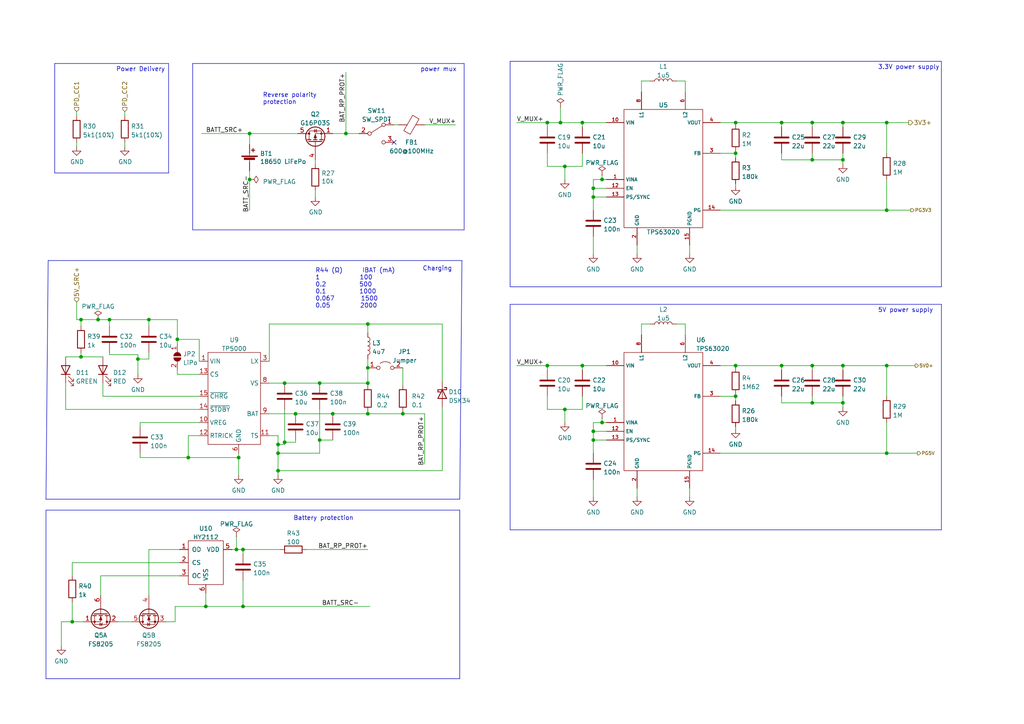
<source format=kicad_sch>
(kicad_sch (version 20230121) (generator eeschema)
  (paper "A4")
  (title_block (title "BCD-0o27 - Power Supply") (date "2021-08-20") (rev "2") (company "BalcCon") (comment 1 "Florian Schuetz"))
  (lib_symbols
    (symbol "Battery_Protection:HY2112" (pin_names (offset 1.016))
      (property "Reference" "U" (at -5.08 7.62 0))
      (property "Value" "HY2112" (at 3.81 7.62 0))
      (symbol "HY2112_0_1"
        (rectangle (start -5.08 6.35) (end 5.08 -6.35))
      )
      (symbol "HY2112_1_1"
        (pin output line (at -7.62 3.81 0) (length 2.54) (name "OD") (number "1"))
        (pin input line (at -7.62 0 0) (length 2.54) (name "CS") (number "2"))
        (pin output line (at -7.62 -3.81 0) (length 2.54) (name "OC") (number "3"))
        (pin no_connect line (at 7.62 -3.81 180) (length 2.54) hide (name "NC") (number "4"))
        (pin power_in line (at 7.62 3.81 180) (length 2.54) (name "VDD") (number "5"))
        (pin power_in line (at 0 -8.89 90) (length 2.54) (name "VSS") (number "6"))
      )
    )
    (symbol "Battery_Protection:TP5000"
      (property "Reference" "U" (at 0 13.97 0))
      (property "Value" "TP5000" (at 0 16.51 0))
      (symbol "TP5000_0_1"
        (rectangle (start -7.62 12.7) (end 7.62 -13.97) (stroke (width 0.1524)))
      )
      (symbol "TP5000_1_1"
        (pin power_in line (at -10.16 10.16 0) (length 2.54) (name "VIN") (number "1"))
        (pin passive line (at -10.16 -7.62 0) (length 2.54) (name "VREG") (number "10"))
        (pin input line (at 10.16 -11.43 180) (length 2.54) (name "TS") (number "11"))
        (pin input line (at -10.16 -11.43 0) (length 2.54) (name "RTRICK") (number "12"))
        (pin input line (at -10.16 6.35 0) (length 2.54) (name "CS") (number "13"))
        (pin input line (at -10.16 -3.81 0) (length 2.54) (name "~{STDBY}") (number "14"))
        (pin input line (at -10.16 0 0) (length 2.54) (name "~{CHRG}") (number "15"))
        (pin passive line (at -10.16 10.16 0) (length 2.54) hide (name "VIN") (number "16"))
        (pin no_connect line (at 3.81 -16.51 90) (length 2.54) hide (name "NC") (number "17"))
        (pin passive line (at -10.16 10.16 0) (length 2.54) hide (name "VIN") (number "2"))
        (pin power_out line (at 10.16 10.16 180) (length 2.54) (name "LX") (number "3"))
        (pin passive line (at 10.16 10.16 180) (length 2.54) hide (name "LX") (number "4"))
        (pin passive line (at 10.16 10.16 180) (length 2.54) hide (name "LX") (number "5"))
        (pin power_in line (at 1.27 -16.51 90) (length 2.54) (name "GND") (number "6"))
        (pin power_in line (at 1.27 -16.51 90) (length 2.54) hide (name "GND") (number "7"))
        (pin input line (at 10.16 3.81 180) (length 2.54) (name "VS") (number "8"))
        (pin input line (at 10.16 -5.08 180) (length 2.54) (name "BAT") (number "9"))
      )
    )
    (symbol "Device:Battery_Cell" (pin_numbers hide) (pin_names (offset 0) hide)
      (property "Reference" "BT" (at 2.54 2.54 0))
      (property "Value" "Battery_Cell" (at 2.54 0 0))
      (symbol "Battery_Cell_0_1"
        (rectangle (start -2.286 1.778) (end 2.286 1.524) (fill (type outline)))
        (rectangle (start -1.5748 1.1938) (end 1.4732 0.6858) (fill (type outline)))
        (polyline (pts (xy 0 0.762) (xy 0 0)))
        (polyline (pts (xy 0 1.778) (xy 0 2.54)))
        (polyline (pts (xy 0.508 3.429) (xy 1.524 3.429)) (stroke (width 0.254)))
        (polyline (pts (xy 1.016 3.937) (xy 1.016 2.921)) (stroke (width 0.254)))
      )
      (symbol "Battery_Cell_1_1"
        (pin passive line (at 0 5.08 270) (length 2.54) (name "+") (number "1"))
        (pin passive line (at 0 -2.54 90) (length 2.54) (name "-") (number "2"))
      )
    )
    (symbol "Device:C" (pin_numbers hide) (pin_names (offset 0.254))
      (property "Reference" "C" (at 0.635 2.54 0))
      (property "Value" "C" (at 0.635 -2.54 0))
      (symbol "C_0_1"
        (polyline (pts (xy -2.032 -0.762) (xy 2.032 -0.762)) (stroke (width 0.508)))
        (polyline (pts (xy -2.032 0.762) (xy 2.032 0.762)) (stroke (width 0.508)))
      )
      (symbol "C_1_1"
        (pin passive line (at 0 3.81 270) (length 2.794) (name "~") (number "1"))
        (pin passive line (at 0 -3.81 90) (length 2.794) (name "~") (number "2"))
      )
    )
    (symbol "Device:D_Schottky" (pin_numbers hide) (pin_names (offset 1.016) hide)
      (property "Reference" "D" (at 0 2.54 0))
      (property "Value" "D_Schottky" (at 0 -2.54 0))
      (symbol "D_Schottky_0_1"
        (polyline (pts (xy 1.27 0) (xy -1.27 0)))
        (polyline (pts (xy 1.27 1.27) (xy 1.27 -1.27) (xy -1.27 0) (xy 1.27 1.27)) (stroke (width 0.254)))
        (polyline (pts (xy -1.905 0.635) (xy -1.905 1.27) (xy -1.27 1.27) (xy -1.27 -1.27) (xy -0.635 -1.27) (xy -0.635 -0.635)) (stroke (width 0.254)))
      )
      (symbol "D_Schottky_1_1"
        (pin passive line (at -3.81 0 0) (length 2.54) (name "K") (number "1"))
        (pin passive line (at 3.81 0 180) (length 2.54) (name "A") (number "2"))
      )
    )
    (symbol "Device:FerriteBead" (pin_numbers hide) (pin_names (offset 0))
      (property "Reference" "FB" (at -3.81 0.635 90))
      (property "Value" "FerriteBead" (at 3.81 0 90))
      (symbol "FerriteBead_0_1"
        (polyline (pts (xy 0 -1.27) (xy 0 -1.2192)))
        (polyline (pts (xy 0 1.27) (xy 0 1.2954)))
        (polyline (pts (xy -2.7686 0.4064) (xy -1.7018 2.2606) (xy 2.7686 -0.3048) (xy 1.6764 -2.159) (xy -2.7686 0.4064)))
      )
      (symbol "FerriteBead_1_1"
        (pin passive line (at 0 3.81 270) (length 2.54) (name "~") (number "1"))
        (pin passive line (at 0 -3.81 90) (length 2.54) (name "~") (number "2"))
      )
    )
    (symbol "Device:L" (pin_numbers hide) (pin_names (offset 1.016) hide)
      (property "Reference" "L" (at -1.27 0 90))
      (property "Value" "L" (at 1.905 0 90))
      (symbol "L_0_1"
        (arc (start 0 -2.54) (mid 0.6323 -1.905) (end 0 -1.27))
        (arc (start 0 -1.27) (mid 0.6323 -0.635) (end 0 0))
        (arc (start 0 0) (mid 0.6323 0.635) (end 0 1.27))
        (arc (start 0 1.27) (mid 0.6323 1.905) (end 0 2.54))
      )
      (symbol "L_1_1"
        (pin passive line (at 0 3.81 270) (length 1.27) (name "1") (number "1"))
        (pin passive line (at 0 -3.81 90) (length 1.27) (name "2") (number "2"))
      )
    )
    (symbol "Device:LED" (pin_numbers hide) (pin_names (offset 1.016) hide)
      (property "Reference" "D" (at 0 2.54 0))
      (property "Value" "LED" (at 0 -2.54 0))
      (symbol "LED_0_1"
        (polyline (pts (xy -1.27 -1.27) (xy -1.27 1.27)) (stroke (width 0.254)))
        (polyline (pts (xy -1.27 0) (xy 1.27 0)))
        (polyline (pts (xy 1.27 -1.27) (xy 1.27 1.27) (xy -1.27 0) (xy 1.27 -1.27)) (stroke (width 0.254)))
        (polyline (pts (xy -3.048 -0.762) (xy -4.572 -2.286) (xy -3.81 -2.286) (xy -4.572 -2.286) (xy -4.572 -1.524)))
        (polyline (pts (xy -1.778 -0.762) (xy -3.302 -2.286) (xy -2.54 -2.286) (xy -3.302 -2.286) (xy -3.302 -1.524)))
      )
      (symbol "LED_1_1"
        (pin passive line (at -3.81 0 0) (length 2.54) (name "K") (number "1"))
        (pin passive line (at 3.81 0 180) (length 2.54) (name "A") (number "2"))
      )
    )
    (symbol "Device:R" (pin_numbers hide) (pin_names (offset 0))
      (property "Reference" "R" (at 2.032 0 90))
      (property "Value" "R" (at 0 0 90))
      (symbol "R_0_1"
        (rectangle (start -1.016 -2.54) (end 1.016 2.54) (stroke (width 0.254)))
      )
      (symbol "R_1_1"
        (pin passive line (at 0 3.81 270) (length 1.27) (name "~") (number "1"))
        (pin passive line (at 0 -3.81 90) (length 1.27) (name "~") (number "2"))
      )
    )
    (symbol "Jumper:Jumper_2_Open" (pin_names (offset 0) hide)
      (property "Reference" "JP" (at 0 2.794 0))
      (property "Value" "Jumper_2_Open" (at 0 -2.286 0))
      (symbol "Jumper_2_Open_0_0"
        (circle (center -2.032 0) (radius 0.508))
        (circle (center 2.032 0) (radius 0.508))
      )
      (symbol "Jumper_2_Open_0_1"
        (arc (start 1.524 1.27) (mid 0 1.778) (end -1.524 1.27))
      )
      (symbol "Jumper_2_Open_1_1"
        (pin passive line (at -5.08 0 0) (length 2.54) (name "A") (number "1"))
        (pin passive line (at 5.08 0 180) (length 2.54) (name "B") (number "2"))
      )
    )
    (symbol "Jumper:SolderJumper_2_Open" (pin_names (offset 0) hide)
      (property "Reference" "JP" (at 0 2.032 0))
      (property "Value" "SolderJumper_2_Open" (at 0 -2.54 0))
      (symbol "SolderJumper_2_Open_0_1"
        (arc (start -0.254 1.016) (mid -1.2656 0) (end -0.254 -1.016))
        (arc (start -0.254 1.016) (mid -1.2656 0) (end -0.254 -1.016) (fill (type outline)))
        (polyline (pts (xy -0.254 1.016) (xy -0.254 -1.016)))
        (polyline (pts (xy 0.254 1.016) (xy 0.254 -1.016)))
        (arc (start 0.254 -1.016) (mid 1.2656 0) (end 0.254 1.016))
        (arc (start 0.254 -1.016) (mid 1.2656 0) (end 0.254 1.016) (fill (type outline)))
      )
      (symbol "SolderJumper_2_Open_1_1"
        (pin passive line (at -3.81 0 0) (length 2.54) (name "A") (number "1"))
        (pin passive line (at 3.81 0 180) (length 2.54) (name "B") (number "2"))
      )
    )
    (symbol "MOSFETs:FS8205" (pin_names (offset 0) hide)
      (property "Reference" "Q" (at 7.62 7.62 0))
      (property "Value" "FS8205" (at 7.62 5.08 0))
      (symbol "FS8205_0_1"
        (circle (center -1.778 -1.27) (radius 0.254) (fill (type outline)))
        (circle (center 0 -0.381) (radius 2.794) (stroke (width 0.254)))
        (polyline (pts (xy -1.27 0.508) (xy -2.286 0.508)) (stroke (width 0.254)))
        (polyline (pts (xy 0 1.016) (xy 0 3.81)))
        (polyline (pts (xy 0.508 0.508) (xy -0.508 0.508)) (stroke (width 0.254)))
        (polyline (pts (xy 1.905 1.016) (xy -1.905 1.016)) (stroke (width 0.254)))
        (polyline (pts (xy 2.286 0.508) (xy 1.27 0.508)) (stroke (width 0.254)))
        (polyline (pts (xy 2.54 -1.27) (xy 1.778 -1.27)))
        (polyline (pts (xy -2.54 -1.27) (xy 0 -1.27) (xy 0 0.508)))
        (polyline (pts (xy -1.778 0.508) (xy -1.778 -2.032) (xy 1.778 -2.032) (xy 1.778 0.508)))
        (polyline (pts (xy 0 0.254) (xy 0.381 -0.762) (xy -0.381 -0.762) (xy 0 0.254)) (fill (type outline)))
        (polyline (pts (xy 0.381 -2.032) (xy -0.254 -1.651) (xy -0.254 -2.413) (xy 0.381 -2.032)))
        (polyline (pts (xy 0.508 -1.524) (xy 0.381 -1.651) (xy 0.381 -2.413) (xy 0.254 -2.54)))
        (circle (center 1.778 -1.27) (radius 0.254) (fill (type outline)))
      )
      (symbol "FS8205_1_1"
        (pin passive line (at -5.08 -1.27 0) (length 2.54) (name "S2") (number "1"))
        (pin passive line (at 5.08 -1.27 180) (length 2.54) (name "D12") (number "2"))
        (pin input line (at 0 6.35 270) (length 2.54) (name "G2") (number "6"))
      )
      (symbol "FS8205_2_1"
        (pin passive line (at -5.08 -1.27 0) (length 2.54) (name "S2") (number "3"))
        (pin input line (at 0 6.35 270) (length 2.54) (name "G2") (number "4"))
        (pin passive line (at 5.08 -1.27 180) (length 2.54) (name "D12") (number "5"))
      )
    )
    (symbol "MOSFETs:G16P03S" (pin_names hide)
      (property "Reference" "Q" (at 5.08 1.905 0))
      (property "Value" "G16P03S" (at 5.08 0 0))
      (symbol "G16P03S_0_1"
        (polyline (pts (xy 0.254 0) (xy -2.54 0)))
        (polyline (pts (xy 0.254 1.905) (xy 0.254 -1.905)) (stroke (width 0.254)))
        (polyline (pts (xy 0.762 -1.27) (xy 0.762 -2.286)) (stroke (width 0.254)))
        (polyline (pts (xy 0.762 0.508) (xy 0.762 -0.508)) (stroke (width 0.254)))
        (polyline (pts (xy 0.762 2.286) (xy 0.762 1.27)) (stroke (width 0.254)))
        (polyline (pts (xy 2.54 2.54) (xy 2.54 1.778)))
        (polyline (pts (xy 2.54 -2.54) (xy 2.54 0) (xy 0.762 0)))
        (polyline (pts (xy 0.762 1.778) (xy 3.302 1.778) (xy 3.302 -1.778) (xy 0.762 -1.778)))
        (polyline (pts (xy 2.286 0) (xy 1.27 0.381) (xy 1.27 -0.381) (xy 2.286 0)) (fill (type outline)))
        (polyline (pts (xy 2.794 -0.508) (xy 2.921 -0.381) (xy 3.683 -0.381) (xy 3.81 -0.254)))
        (polyline (pts (xy 3.302 -0.381) (xy 2.921 0.254) (xy 3.683 0.254) (xy 3.302 -0.381)))
        (circle (center 1.651 0) (radius 2.794) (stroke (width 0.254)))
        (circle (center 2.54 -1.778) (radius 0.254) (fill (type outline)))
        (circle (center 2.54 1.778) (radius 0.254) (fill (type outline)))
      )
      (symbol "G16P03S_1_1"
        (pin passive line (at 2.54 -5.08 90) (length 2.54) (name "S") (number "1"))
        (pin passive line (at 2.54 -5.08 90) (length 2.54) hide (name "S") (number "2"))
        (pin passive line (at 2.54 -5.08 90) (length 2.54) hide (name "S") (number "3"))
        (pin input line (at -5.08 0 0) (length 2.54) (name "G") (number "4"))
        (pin passive line (at 2.54 5.08 270) (length 2.54) (name "D") (number "5"))
        (pin passive line (at 2.54 5.08 270) (length 2.54) hide (name "D") (number "6"))
        (pin passive line (at 2.54 5.08 270) (length 2.54) hide (name "D") (number "7"))
        (pin passive line (at 2.54 5.08 270) (length 2.54) hide (name "D") (number "8"))
      )
    )
    (symbol "Regulator_Voltage:TPS63020"
      (property "Reference" "U" (at 0 16.51 0))
      (property "Value" "TPS63020" (at 0 -20.32 0))
      (symbol "TPS63020_0_1"
        (rectangle (start -11.43 15.24) (end 11.43 -19.05) (stroke (width 0.1524)))
        (pin power_in line (at -16.51 -5.08 0) (length 5.08) (name "VINA") (number "1"))
        (pin power_in line (at -16.51 11.43 0) (length 5.08) (name "VIN") (number "10"))
        (pin passive line (at -16.51 11.43 0) (length 5.08) hide (name "VIN") (number "11"))
        (pin input line (at -16.51 -7.62 0) (length 5.08) (name "EN") (number "12"))
        (pin input line (at -16.51 -10.16 0) (length 5.08) (name "PS/SYNC") (number "13"))
        (pin output line (at 16.51 -13.97 180) (length 5.08) (name "PG") (number "14"))
        (pin power_in line (at 7.62 -24.13 90) (length 5.08) (name "PGND") (number "15"))
        (pin power_in line (at 7.62 -24.13 90) (length 5.08) hide (name "PGND") (number "16"))
        (pin power_in line (at 7.62 -24.13 90) (length 5.08) hide (name "PGND") (number "17"))
        (pin power_in line (at 7.62 -24.13 90) (length 5.08) hide (name "PGND") (number "18"))
        (pin power_in line (at 7.62 -24.13 90) (length 5.08) hide (name "PGND") (number "19"))
        (pin power_in line (at -7.62 -24.13 90) (length 5.08) (name "GND") (number "2"))
        (pin power_in line (at 7.62 -24.13 90) (length 5.08) hide (name "PGND") (number "20"))
        (pin power_in line (at 7.62 -24.13 90) (length 5.08) hide (name "PGND") (number "21"))
        (pin power_in line (at 7.62 -24.13 90) (length 5.08) hide (name "PGND") (number "22"))
        (pin power_in line (at 7.62 -24.13 90) (length 5.08) hide (name "PGND") (number "23"))
        (pin input line (at 16.51 2.54 180) (length 5.08) (name "FB") (number "3"))
        (pin power_out line (at 16.51 11.43 180) (length 5.08) (name "VOUT") (number "4"))
        (pin passive line (at 16.51 11.43 180) (length 5.08) hide (name "VOUT") (number "5"))
        (pin input line (at 6.35 20.32 270) (length 5.08) (name "L2") (number "6"))
        (pin input line (at 6.35 20.32 270) (length 5.08) hide (name "L2") (number "7"))
        (pin input line (at -6.35 20.32 270) (length 5.08) (name "L1") (number "8"))
        (pin input line (at -6.35 20.32 270) (length 5.08) hide (name "L1") (number "9"))
      )
    )
    (symbol "Switch:SW_SPDT" (pin_names (offset 0) hide)
      (property "Reference" "SW" (at 0 4.318 0))
      (property "Value" "SW_SPDT" (at 0 -5.08 0))
      (symbol "SW_SPDT_0_0"
        (circle (center -2.032 0) (radius 0.508))
        (circle (center 2.032 -2.54) (radius 0.508))
      )
      (symbol "SW_SPDT_0_1"
        (polyline (pts (xy -1.524 0.254) (xy 1.651 2.286)))
        (circle (center 2.032 2.54) (radius 0.508))
      )
      (symbol "SW_SPDT_1_1"
        (pin passive line (at 5.08 2.54 180) (length 2.54) (name "A") (number "1"))
        (pin passive line (at -5.08 0 0) (length 2.54) (name "B") (number "2"))
        (pin passive line (at 5.08 -2.54 180) (length 2.54) (name "C") (number "3"))
      )
    )
    (symbol "power:GND" (power) (pin_names (offset 0))
      (property "Value" "GND" (at 0 -3.81 0))
      (symbol "GND_0_1"
        (polyline (pts (xy 0 0) (xy 0 -1.27) (xy 1.27 -1.27) (xy 0 -2.54) (xy -1.27 -1.27) (xy 0 -1.27)))
      )
      (symbol "GND_1_1"
        (pin power_in line (at 0 0 270) (length 0) hide (name "GND") (number "1"))
      )
    )
    (symbol "power:PWR_FLAG" (power) (pin_numbers hide) (pin_names (offset 0) hide)
      (property "Value" "PWR_FLAG" (at 0 3.81 0))
      (symbol "PWR_FLAG_0_0"
        (pin power_out line (at 0 0 90) (length 0) (name "pwr") (number "1"))
      )
      (symbol "PWR_FLAG_0_1"
        (polyline (pts (xy 0 0) (xy 0 1.27) (xy -1.016 1.905) (xy 0 2.54) (xy 1.016 1.905) (xy 0 1.27)))
      )
    )
  )
  (junction (at 168.91 35.56))
  (junction (at 163.83 48.26))
  (junction (at 82.55 111.125))
  (junction (at 72.39 38.735))
  (junction (at 20.955 180.34))
  (junction (at 96.52 120.015))
  (junction (at 235.585 35.56))
  (junction (at 213.36 114.935))
  (junction (at 257.175 60.96))
  (junction (at 59.69 175.895))
  (junction (at 213.36 44.45))
  (junction (at 106.68 106.68))
  (junction (at 172.085 57.15))
  (junction (at 54.61 132.715))
  (junction (at 174.625 52.07))
  (junction (at 213.36 35.56))
  (junction (at 116.84 120.015))
  (junction (at 92.71 111.125))
  (junction (at 172.085 54.61))
  (junction (at 244.475 46.355))
  (junction (at 235.585 46.355))
  (junction (at 244.475 35.56))
  (junction (at 80.645 136.525))
  (junction (at 257.175 35.56))
  (junction (at 23.495 92.71))
  (junction (at 106.68 120.015))
  (junction (at 80.645 131.445))
  (junction (at 100.33 38.735))
  (junction (at 162.56 35.56))
  (junction (at 174.625 122.555))
  (junction (at 82.55 128.27))
  (junction (at 158.75 106.045))
  (junction (at 163.83 118.745))
  (junction (at 226.695 35.56))
  (junction (at 85.725 120.015))
  (junction (at 213.36 106.045))
  (junction (at 23.495 103.505))
  (junction (at 244.475 116.84))
  (junction (at 257.175 131.445))
  (junction (at 68.58 159.385))
  (junction (at 31.75 92.71))
  (junction (at 92.71 127.635))
  (junction (at 235.585 106.045))
  (junction (at 70.485 159.385))
  (junction (at 51.435 98.425))
  (junction (at 43.18 92.71))
  (junction (at 72.39 52.07))
  (junction (at 40.005 104.14))
  (junction (at 70.485 175.895))
  (junction (at 168.91 106.045))
  (junction (at 158.75 35.56))
  (junction (at 106.68 111.125))
  (junction (at 172.085 125.095))
  (junction (at 172.085 127.635))
  (junction (at 69.215 132.715))
  (junction (at 235.585 116.84))
  (junction (at 80.645 128.905))
  (junction (at 257.175 106.045))
  (junction (at 226.695 106.045))
  (junction (at 244.475 106.045))
  (junction (at 106.68 93.98))
  (junction (at 28.448 92.71))
  (no_connect (at 114.3 41.275))
  (wire (pts (xy 19.05 118.745) (xy 57.785 118.745)))
  (wire (pts (xy 168.91 118.745) (xy 163.83 118.745)))
  (wire (pts (xy 158.75 118.745) (xy 158.75 114.935)))
  (wire (pts (xy 92.71 127.635) (xy 92.71 131.445)))
  (wire (pts (xy 172.085 127.635) (xy 172.085 131.445)))
  (wire (pts (xy 69.215 132.715) (xy 69.215 137.795)))
  (wire (pts (xy 213.36 44.45) (xy 213.36 45.72)))
  (wire (pts (xy 200.025 141.605) (xy 200.025 144.145)))
  (wire (pts (xy 158.75 48.26) (xy 158.75 44.45)))
  (wire (pts (xy 106.68 93.98) (xy 128.27 93.98)))
  (wire (pts (xy 52.07 163.195) (xy 20.955 163.195)))
  (wire (pts (xy 123.19 36.195) (xy 132.08 36.195)))
  (wire (pts (xy 213.36 114.3) (xy 213.36 114.935)))
  (wire (pts (xy 68.58 155.575) (xy 68.58 159.385)))
  (wire (pts (xy 106.68 111.125) (xy 106.68 111.76)))
  (wire (pts (xy 106.68 119.38) (xy 106.68 120.015)))
  (wire (pts (xy 168.91 106.045) (xy 168.91 107.315)))
  (wire (pts (xy 186.055 26.67) (xy 186.055 23.495)))
  (wire (pts (xy 257.175 106.045) (xy 257.175 114.935)))
  (wire (pts (xy 213.36 114.935) (xy 208.915 114.935)))
  (wire (pts (xy 36.195 32.385) (xy 36.195 33.655)))
  (wire (pts (xy 106.68 104.14) (xy 106.68 106.68)))
  (wire (pts (xy 168.91 44.45) (xy 168.91 48.26)))
  (wire (pts (xy 257.175 60.96) (xy 264.16 60.96)))
  (wire (pts (xy 158.75 35.56) (xy 158.75 36.83)))
  (wire (pts (xy 59.69 175.895) (xy 70.485 175.895)))
  (polyline (pts (xy 273.05 153.67) (xy 147.955 153.67)))
  (wire (pts (xy 28.448 92.71) (xy 31.75 92.71)))
  (wire (pts (xy 257.175 35.56) (xy 263.525 35.56)))
  (polyline (pts (xy 133.985 75.565) (xy 133.35 144.78)))
  (polyline (pts (xy 148.59 88.265) (xy 273.05 88.265)))
  (wire (pts (xy 106.68 106.68) (xy 106.68 111.125)))
  (wire (pts (xy 43.18 172.72) (xy 43.18 159.385)))
  (wire (pts (xy 85.725 127.635) (xy 85.725 128.27)))
  (wire (pts (xy 72.39 49.53) (xy 72.39 52.07)))
  (wire (pts (xy 149.86 106.045) (xy 158.75 106.045)))
  (wire (pts (xy 78.105 126.365) (xy 80.645 126.365)))
  (wire (pts (xy 186.055 93.98) (xy 188.595 93.98)))
  (wire (pts (xy 174.625 50.8) (xy 174.625 52.07)))
  (wire (pts (xy 50.8 180.34) (xy 50.8 175.895)))
  (wire (pts (xy 257.175 131.445) (xy 266.065 131.445)))
  (wire (pts (xy 40.64 123.825) (xy 40.64 122.555)))
  (wire (pts (xy 116.84 106.68) (xy 116.84 111.76)))
  (wire (pts (xy 59.69 172.085) (xy 59.69 175.895)))
  (wire (pts (xy 168.91 114.935) (xy 168.91 118.745)))
  (polyline (pts (xy 48.895 18.415) (xy 48.895 50.165)))
  (polyline (pts (xy 48.895 50.165) (xy 15.875 50.165)))
  (wire (pts (xy 78.105 120.015) (xy 85.725 120.015)))
  (wire (pts (xy 23.495 92.71) (xy 28.448 92.71)))
  (wire (pts (xy 235.585 35.56) (xy 244.475 35.56)))
  (wire (pts (xy 172.085 54.61) (xy 175.895 54.61)))
  (wire (pts (xy 72.39 38.735) (xy 72.39 41.91)))
  (wire (pts (xy 43.18 102.235) (xy 43.18 104.14)))
  (wire (pts (xy 70.485 175.895) (xy 107.315 175.895)))
  (polyline (pts (xy 147.955 88.265) (xy 148.59 88.265)))
  (wire (pts (xy 172.085 54.61) (xy 172.085 57.15)))
  (wire (pts (xy 81.28 159.385) (xy 70.485 159.385)))
  (wire (pts (xy 163.83 48.26) (xy 163.83 52.07)))
  (wire (pts (xy 22.225 32.385) (xy 22.225 33.655)))
  (wire (pts (xy 31.75 92.71) (xy 31.75 94.615)))
  (wire (pts (xy 172.085 125.095) (xy 175.895 125.095)))
  (wire (pts (xy 198.755 93.98) (xy 196.215 93.98)))
  (wire (pts (xy 213.36 35.56) (xy 213.36 36.195)))
  (wire (pts (xy 36.195 41.275) (xy 36.195 42.545)))
  (wire (pts (xy 20.955 174.625) (xy 20.955 180.34)))
  (wire (pts (xy 226.695 106.045) (xy 226.695 107.315)))
  (wire (pts (xy 149.86 35.56) (xy 158.75 35.56)))
  (wire (pts (xy 43.18 92.71) (xy 31.75 92.71)))
  (wire (pts (xy 213.36 106.045) (xy 226.695 106.045)))
  (wire (pts (xy 128.27 118.11) (xy 128.27 136.525)))
  (wire (pts (xy 163.83 48.26) (xy 158.75 48.26)))
  (wire (pts (xy 82.55 111.125) (xy 92.71 111.125)))
  (wire (pts (xy 78.105 93.98) (xy 78.105 104.775)))
  (wire (pts (xy 213.36 123.825) (xy 213.36 124.46)))
  (wire (pts (xy 51.435 98.425) (xy 51.435 99.695)))
  (polyline (pts (xy 273.05 88.265) (xy 273.05 153.67)))
  (polyline (pts (xy 15.875 18.415) (xy 48.895 18.415)))
  (wire (pts (xy 244.475 106.045) (xy 244.475 107.315)))
  (wire (pts (xy 100.33 20.955) (xy 100.33 38.735)))
  (wire (pts (xy 70.485 159.385) (xy 68.58 159.385)))
  (wire (pts (xy 213.36 43.815) (xy 213.36 44.45)))
  (wire (pts (xy 186.055 97.155) (xy 186.055 93.98)))
  (wire (pts (xy 72.39 52.07) (xy 72.39 60.96)))
  (polyline (pts (xy 148.59 17.78) (xy 273.05 17.78)))
  (wire (pts (xy 20.955 163.195) (xy 20.955 167.005)))
  (wire (pts (xy 91.44 55.245) (xy 91.44 57.15)))
  (wire (pts (xy 43.18 92.71) (xy 51.435 92.71)))
  (wire (pts (xy 226.695 46.355) (xy 235.585 46.355)))
  (wire (pts (xy 128.27 136.525) (xy 80.645 136.525)))
  (wire (pts (xy 85.725 128.27) (xy 82.55 128.27)))
  (wire (pts (xy 198.755 97.155) (xy 198.755 93.98)))
  (wire (pts (xy 213.36 35.56) (xy 226.695 35.56)))
  (wire (pts (xy 244.475 46.355) (xy 244.475 47.625)))
  (wire (pts (xy 23.495 103.505) (xy 29.845 103.505)))
  (wire (pts (xy 48.26 180.34) (xy 50.8 180.34)))
  (wire (pts (xy 43.18 159.385) (xy 52.07 159.385)))
  (wire (pts (xy 29.21 167.005) (xy 29.21 172.72)))
  (wire (pts (xy 57.785 126.365) (xy 54.61 126.365)))
  (polyline (pts (xy 133.35 144.78) (xy 13.335 144.78)))
  (wire (pts (xy 162.56 31.115) (xy 162.56 35.56)))
  (wire (pts (xy 198.755 23.495) (xy 196.215 23.495)))
  (polyline (pts (xy 15.875 50.165) (xy 15.875 18.415)))
  (wire (pts (xy 244.475 106.045) (xy 257.175 106.045)))
  (wire (pts (xy 114.3 36.195) (xy 115.57 36.195)))
  (wire (pts (xy 235.585 35.56) (xy 235.585 36.83)))
  (wire (pts (xy 235.585 106.045) (xy 235.585 107.315)))
  (wire (pts (xy 175.895 52.07) (xy 174.625 52.07)))
  (wire (pts (xy 226.695 114.935) (xy 226.695 116.84)))
  (wire (pts (xy 163.83 118.745) (xy 163.83 122.555)))
  (wire (pts (xy 40.64 131.445) (xy 40.64 132.715)))
  (wire (pts (xy 51.435 107.315) (xy 51.435 108.585)))
  (wire (pts (xy 88.9 159.385) (xy 106.68 159.385)))
  (wire (pts (xy 34.29 180.34) (xy 38.1 180.34)))
  (polyline (pts (xy 133.35 196.85) (xy 13.335 196.85)))
  (polyline (pts (xy 134.62 18.415) (xy 134.62 66.675)))
  (polyline (pts (xy 13.97 75.565) (xy 133.985 75.565)))
  (wire (pts (xy 172.085 125.095) (xy 172.085 127.635)))
  (wire (pts (xy 235.585 116.84) (xy 244.475 116.84)))
  (wire (pts (xy 213.36 106.045) (xy 213.36 106.68)))
  (wire (pts (xy 96.52 120.015) (xy 106.68 120.015)))
  (wire (pts (xy 19.05 103.505) (xy 23.495 103.505)))
  (wire (pts (xy 235.585 44.45) (xy 235.585 46.355)))
  (wire (pts (xy 257.175 35.56) (xy 257.175 44.45)))
  (wire (pts (xy 163.83 118.745) (xy 158.75 118.745)))
  (wire (pts (xy 52.07 167.005) (xy 29.21 167.005)))
  (polyline (pts (xy 273.05 83.185) (xy 147.955 83.185)))
  (wire (pts (xy 208.915 131.445) (xy 257.175 131.445)))
  (wire (pts (xy 70.485 159.385) (xy 70.485 160.655)))
  (wire (pts (xy 168.91 35.56) (xy 175.895 35.56)))
  (polyline (pts (xy 147.955 17.78) (xy 148.59 17.78)))
  (wire (pts (xy 72.39 38.735) (xy 86.36 38.735)))
  (wire (pts (xy 226.695 44.45) (xy 226.695 46.355)))
  (wire (pts (xy 91.44 46.355) (xy 91.44 47.625)))
  (wire (pts (xy 235.585 106.045) (xy 244.475 106.045)))
  (wire (pts (xy 29.845 114.935) (xy 57.785 114.935)))
  (wire (pts (xy 213.36 114.935) (xy 213.36 116.205)))
  (wire (pts (xy 174.625 121.285) (xy 174.625 122.555)))
  (polyline (pts (xy 13.97 75.565) (xy 13.335 144.78)))
  (wire (pts (xy 40.005 104.14) (xy 40.005 108.585)))
  (wire (pts (xy 40.64 132.715) (xy 54.61 132.715)))
  (wire (pts (xy 226.695 35.56) (xy 226.695 36.83)))
  (wire (pts (xy 51.435 98.425) (xy 57.785 98.425)))
  (wire (pts (xy 226.695 106.045) (xy 235.585 106.045)))
  (wire (pts (xy 244.475 116.84) (xy 244.475 114.935)))
  (wire (pts (xy 40.64 122.555) (xy 57.785 122.555)))
  (wire (pts (xy 92.71 127.635) (xy 96.52 127.635)))
  (wire (pts (xy 82.55 128.27) (xy 82.55 128.905)))
  (wire (pts (xy 82.55 128.905) (xy 80.645 128.905)))
  (wire (pts (xy 106.68 120.015) (xy 116.84 120.015)))
  (wire (pts (xy 116.84 119.38) (xy 116.84 120.015)))
  (wire (pts (xy 69.215 131.445) (xy 69.215 132.715)))
  (wire (pts (xy 68.58 159.385) (xy 67.31 159.385)))
  (wire (pts (xy 19.05 111.125) (xy 19.05 118.745)))
  (polyline (pts (xy 134.62 66.675) (xy 55.88 66.675)))
  (wire (pts (xy 257.175 122.555) (xy 257.175 131.445)))
  (wire (pts (xy 22.225 92.71) (xy 23.495 92.71)))
  (wire (pts (xy 54.61 132.715) (xy 69.215 132.715)))
  (wire (pts (xy 40.005 102.87) (xy 40.005 104.14)))
  (wire (pts (xy 40.005 102.87) (xy 31.75 102.87)))
  (wire (pts (xy 82.55 118.745) (xy 82.55 128.27)))
  (wire (pts (xy 257.175 52.07) (xy 257.175 60.96)))
  (wire (pts (xy 235.585 114.935) (xy 235.585 116.84)))
  (wire (pts (xy 172.085 139.065) (xy 172.085 144.145)))
  (wire (pts (xy 43.18 92.71) (xy 43.18 94.615)))
  (wire (pts (xy 244.475 35.56) (xy 244.475 36.83)))
  (wire (pts (xy 257.175 106.045) (xy 265.43 106.045)))
  (wire (pts (xy 162.56 35.56) (xy 168.91 35.56)))
  (wire (pts (xy 244.475 116.84) (xy 244.475 118.11)))
  (polyline (pts (xy 13.335 147.955) (xy 13.335 196.85)))
  (polyline (pts (xy 55.88 18.415) (xy 134.62 18.415)))
  (wire (pts (xy 80.645 131.445) (xy 80.645 136.525)))
  (wire (pts (xy 80.645 128.905) (xy 80.645 131.445)))
  (wire (pts (xy 186.055 23.495) (xy 188.595 23.495)))
  (wire (pts (xy 23.495 102.235) (xy 23.495 103.505)))
  (wire (pts (xy 128.27 93.98) (xy 128.27 110.49)))
  (polyline (pts (xy 273.05 17.78) (xy 273.05 83.185)))
  (polyline (pts (xy 133.35 147.955) (xy 133.35 196.85)))
  (wire (pts (xy 200.025 71.12) (xy 200.025 73.66)))
  (wire (pts (xy 22.225 87.63) (xy 22.225 92.71)))
  (wire (pts (xy 80.645 126.365) (xy 80.645 128.905)))
  (wire (pts (xy 123.19 120.015) (xy 123.19 134.62)))
  (wire (pts (xy 213.36 53.34) (xy 213.36 53.975)))
  (wire (pts (xy 158.75 35.56) (xy 162.56 35.56)))
  (wire (pts (xy 17.78 180.34) (xy 17.78 187.325)))
  (wire (pts (xy 208.915 106.045) (xy 213.36 106.045)))
  (wire (pts (xy 244.475 35.56) (xy 257.175 35.56)))
  (wire (pts (xy 213.36 44.45) (xy 208.915 44.45)))
  (wire (pts (xy 78.105 111.125) (xy 82.55 111.125)))
  (wire (pts (xy 235.585 46.355) (xy 244.475 46.355)))
  (wire (pts (xy 244.475 46.355) (xy 244.475 44.45)))
  (wire (pts (xy 23.495 92.71) (xy 23.495 94.615)))
  (wire (pts (xy 100.33 38.735) (xy 104.14 38.735)))
  (wire (pts (xy 85.725 120.015) (xy 96.52 120.015)))
  (wire (pts (xy 208.915 60.96) (xy 257.175 60.96)))
  (polyline (pts (xy 147.955 83.185) (xy 147.955 17.78)))
  (wire (pts (xy 51.435 108.585) (xy 57.785 108.585)))
  (wire (pts (xy 106.68 93.98) (xy 78.105 93.98)))
  (wire (pts (xy 175.895 122.555) (xy 174.625 122.555)))
  (wire (pts (xy 54.61 126.365) (xy 54.61 132.715)))
  (wire (pts (xy 58.42 38.735) (xy 72.39 38.735)))
  (polyline (pts (xy 55.88 18.415) (xy 55.88 66.675)))
  (wire (pts (xy 22.225 41.275) (xy 22.225 42.545)))
  (wire (pts (xy 80.645 136.525) (xy 80.645 137.795)))
  (wire (pts (xy 92.71 118.745) (xy 92.71 127.635)))
  (wire (pts (xy 174.625 122.555) (xy 172.085 122.555)))
  (wire (pts (xy 57.785 98.425) (xy 57.785 104.775)))
  (wire (pts (xy 17.78 180.34) (xy 20.955 180.34)))
  (wire (pts (xy 172.085 68.58) (xy 172.085 73.66)))
  (wire (pts (xy 158.75 106.045) (xy 158.75 107.315)))
  (wire (pts (xy 174.625 52.07) (xy 172.085 52.07)))
  (wire (pts (xy 43.18 104.14) (xy 40.005 104.14)))
  (wire (pts (xy 70.485 168.275) (xy 70.485 175.895)))
  (wire (pts (xy 198.755 26.67) (xy 198.755 23.495)))
  (wire (pts (xy 116.84 120.015) (xy 123.19 120.015)))
  (wire (pts (xy 31.75 102.87) (xy 31.75 102.235)))
  (wire (pts (xy 168.91 106.045) (xy 175.895 106.045)))
  (wire (pts (xy 172.085 57.15) (xy 172.085 60.96)))
  (wire (pts (xy 184.785 141.605) (xy 184.785 144.145)))
  (wire (pts (xy 29.845 111.125) (xy 29.845 114.935)))
  (wire (pts (xy 172.085 127.635) (xy 175.895 127.635)))
  (wire (pts (xy 226.695 35.56) (xy 235.585 35.56)))
  (wire (pts (xy 158.75 106.045) (xy 168.91 106.045)))
  (wire (pts (xy 50.8 175.895) (xy 59.69 175.895)))
  (polyline (pts (xy 13.335 147.955) (xy 133.35 147.955)))
  (wire (pts (xy 168.91 48.26) (xy 163.83 48.26)))
  (wire (pts (xy 92.71 131.445) (xy 80.645 131.445)))
  (wire (pts (xy 208.915 35.56) (xy 213.36 35.56)))
  (wire (pts (xy 172.085 122.555) (xy 172.085 125.095)))
  (wire (pts (xy 106.68 93.98) (xy 106.68 96.52)))
  (wire (pts (xy 172.085 57.15) (xy 175.895 57.15)))
  (polyline (pts (xy 147.955 153.67) (xy 147.955 88.265)))
  (wire (pts (xy 51.435 98.425) (xy 51.435 92.71)))
  (wire (pts (xy 226.695 116.84) (xy 235.585 116.84)))
  (wire (pts (xy 20.955 180.34) (xy 24.13 180.34)))
  (wire (pts (xy 92.71 111.125) (xy 106.68 111.125)))
  (wire (pts (xy 184.785 71.12) (xy 184.785 73.66)))
  (wire (pts (xy 172.085 52.07) (xy 172.085 54.61)))
  (wire (pts (xy 168.91 35.56) (xy 168.91 36.83)))
  (wire (pts (xy 96.52 38.735) (xy 100.33 38.735)))
  (text "3.3V power supply" (at 254.635 20.32 0) (effects (font (size 1.27 1.27)) (justify left bottom)))
  (text "Power Delivery" (at 33.655 20.955 0) (effects (font (size 1.27 1.27)) (justify left bottom)))
  (text "power mux" (at 121.92 20.955 0) (effects (font (size 1.27 1.27)) (justify left bottom)))
  (text "Charging" (at 122.555 78.74 0) (effects (font (size 1.27 1.27)) (justify left bottom)))
  (text "5V power supply" (at 254.635 90.805 0) (effects (font (size 1.27 1.27)) (justify left bottom)))
  (text "Battery protection" (at 85.09 151.13 0) (effects (font (size 1.27 1.27)) (justify left bottom)))
  (text "Reverse polarity \nprotection" (at 76.2 30.48 0) (effects (font (size 1.27 1.27)) (justify left bottom)))
  (text "R44 (Ω)      IBAT (mA)\n1            100\n0.2          500\n0.1          1000\n0.067        1500\n0.05         2000" (at 91.44 89.535 0) (effects (font (size 1.27 1.27)) (justify left bottom)))
  (label "BAT_RP_PROT+" (at 100.33 35.56 90))
  (label "BATT_SRC-" (at 72.39 50.8 270))
  (label "V_MUX+" (at 149.86 106.045 0))
  (label "V_MUX+" (at 124.46 36.195 0))
  (label "V_MUX+" (at 149.86 35.56 0))
  (label "BAT_RP_PROT+" (at 106.68 159.385 180))
  (label "BATT_SRC-" (at 93.345 175.895 0))
  (label "BATT_SRC+" (at 70.485 38.735 180))
  (label "BAT_RP_PROT+" (at 123.19 120.65 270))
  (hierarchical_label "5V0+" (shape output) (at 265.43 106.045 0) (effects (font (size 0.9906 0.9906))))
  (hierarchical_label "PD_CC1" (shape input) (at 22.225 32.385 90))
  (hierarchical_label "5V_SRC+" (shape input) (at 22.225 87.63 90))
  (hierarchical_label "3V3+" (shape output) (at 263.525 35.56 0))
  (hierarchical_label "PG3V3" (shape output) (at 264.16 60.96 0) (effects (font (size 0.9906 0.9906))))
  (hierarchical_label "PD_CC2" (shape input) (at 36.195 32.385 90))
  (hierarchical_label "PG5V" (shape output) (at 266.065 131.445 0) (effects (font (size 0.9906 0.9906))))
  (symbol (lib_id "power:GND") (at 91.44 57.15 0) (unit 1)
    (property "Reference" "#PWR024" (effects hide))
    (property "Value" "GND" (at 91.567 61.5442 0))
  )
  (symbol (lib_id "Device:Battery_Cell") (at 72.39 46.99 0) (unit 1)
    (property "Reference" "BT1" (at 75.3872 44.5516 0) (effects (justify left)))
    (property "Value" "18650 LiFePo" (at 75.3872 46.863 0) (effects (justify left)))
    (property "Footprint" "BatteryHolder:BatteryHolder_SMD_SMT_1x18650" (effects hide))
  )
  (symbol (lib_id "power:GND") (at 22.225 42.545 0) (unit 1)
    (property "Reference" "#PWR028" (effects hide))
    (property "Value" "GND" (at 22.352 46.9392 0))
  )
  (symbol (lib_id "power:GND") (at 36.195 42.545 0) (unit 1)
    (property "Reference" "#PWR029" (effects hide))
    (property "Value" "GND" (at 36.322 46.9392 0))
  )
  (symbol (lib_id "Device:R") (at 91.44 51.435 0) (unit 1)
    (property "Reference" "R27" (at 93.218 50.2666 0) (effects (justify left)))
    (property "Value" "10k" (at 93.218 52.578 0) (effects (justify left)))
    (property "Footprint" "Resistor_SMD:R_0805_2012Metric" (effects hide))
    (property "LCSC" "C17414" (effects hide))
  )
  (symbol (lib_id "Device:C") (at 158.75 40.64 0) (unit 1)
    (property "Reference" "C19" (at 161.671 39.8053 0) (effects (justify left)))
    (property "Value" "10u" (at 161.671 42.3422 0) (effects (justify left)))
    (property "Footprint" "Capacitor_SMD:C_0603_1608Metric" (effects hide))
    (property "LCSC" "C19702" (effects hide))
    (property "Alt part" "0805: C15850" (effects hide))
  )
  (symbol (lib_id "Device:C") (at 226.695 111.125 0) (unit 1)
    (property "Reference" "C26" (at 229.616 110.2903 0) (effects (justify left)))
    (property "Value" "22u" (at 229.616 112.8272 0) (effects (justify left)))
    (property "Footprint" "Capacitor_SMD:C_0603_1608Metric" (effects hide))
    (property "LCSC" "C59461" (effects hide))
    (property "Alt Part" "0805: C29277" (effects hide))
  )
  (symbol (lib_id "power:GND") (at 163.83 122.555 0) (unit 1)
    (property "Reference" "#PWR026" (effects hide))
    (property "Value" "GND" (at 163.83 126.9984 0))
  )
  (symbol (lib_id "power:GND") (at 184.785 73.66 0) (unit 1)
    (property "Reference" "#PWR031" (effects hide))
    (property "Value" "GND" (at 184.785 78.1034 0))
  )
  (symbol (lib_id "Device:C") (at 172.085 64.77 0) (unit 1)
    (property "Reference" "C23" (at 175.006 63.9353 0) (effects (justify left)))
    (property "Value" "100n" (at 175.006 66.4722 0) (effects (justify left)))
    (property "Footprint" "Capacitor_SMD:C_0603_1608Metric" (effects hide))
    (property "LCSC" "C14663" (effects hide))
    (property "Alt Part" "0805: C49678" (effects hide))
  )
  (symbol (lib_id "power:GND") (at 244.475 118.11 0) (unit 1)
    (property "Reference" "#PWR044" (effects hide))
    (property "Value" "GND" (at 244.475 122.5534 0))
  )
  (symbol (lib_id "Device:C") (at 158.75 111.125 0) (unit 1)
    (property "Reference" "C20" (at 161.671 110.2903 0) (effects (justify left)))
    (property "Value" "10u" (at 161.671 112.8272 0) (effects (justify left)))
    (property "Footprint" "Capacitor_SMD:C_0603_1608Metric" (effects hide))
    (property "LCSC" "C19702" (effects hide))
    (property "Alt part" "0805: C15850" (effects hide))
  )
  (symbol (lib_id "power:GND") (at 69.215 137.795 0) (unit 1)
    (property "Reference" "#PWR039" (effects hide))
    (property "Value" "GND" (at 69.215 142.2384 0))
  )
  (symbol (lib_id "Jumper:SolderJumper_2_Open") (at 51.435 103.505 270) (unit 1)
    (property "Reference" "JP2" (at 53.086 102.6703 90) (effects (justify left)))
    (property "Value" "LiPo" (at 53.086 105.2072 90) (effects (justify left)))
    (property "Footprint" "Jumper:SolderJumper-2_P1.3mm_Open_RoundedPad1.0x1.5mm" (effects hide))
  )
  (symbol (lib_id "Device:L") (at 106.68 100.33 0) (unit 1)
    (property "Reference" "L3" (at 107.95 99.4953 0) (effects (justify left)))
    (property "Value" "4u7" (at 107.95 102.0322 0) (effects (justify left)))
    (property "Footprint" "Inductor_SMD:L_Sunlord_MWSA0503S" (effects hide))
    (property "LCSC" "C351098" (effects hide))
  )
  (symbol (lib_id "power:PWR_FLAG") (at 162.56 31.115 0) (unit 1)
    (property "Reference" "#FLG0106" (effects hide))
    (property "Value" "PWR_FLAG" (at 162.56 27.8892 90) (effects (justify left)))
  )
  (symbol (lib_id "Regulator_Voltage:TPS63020") (at 192.405 46.99 0) (unit 1)
    (property "Reference" "U5" (at 192.405 30.48 0))
    (property "Value" "TPS63020" (at 192.405 67.31 0))
    (property "Footprint" "Package:QFN14-3X4MM" (effects hide))
    (property "Datasheet" "https://www.ti.com/lit/ds/symlink/tps63020.pdf" (effects hide))
    (property "LCSC" "C15483" (effects hide))
  )
  (symbol (lib_id "power:GND") (at 172.085 73.66 0) (unit 1)
    (property "Reference" "#PWR027" (effects hide))
    (property "Value" "GND" (at 172.085 78.1034 0))
  )
  (symbol (lib_id "Device:R") (at 213.36 120.015 0) (unit 1)
    (property "Reference" "R26" (at 215.138 119.1803 0) (effects (justify left)))
    (property "Value" "180k" (at 215.138 121.7172 0) (effects (justify left)))
    (property "Footprint" "Resistor_SMD:R_0603_1608Metric" (effects hide))
    (property "LCSC" "C22827" (effects hide))
    (property "Alt Part" "C17501" (effects hide))
  )
  (symbol (lib_id "Device:LED") (at 19.05 107.315 90) (unit 1)
    (property "Reference" "D11" (at 21.971 108.0678 90) (effects (justify right)))
    (property "Value" "GREEN" (at 21.971 110.6047 90) (effects (justify right)))
    (property "Footprint" "LED_SMD:LED_0805_2012Metric" (effects hide))
    (property "LCSC" "C2297" (effects hide))
  )
  (symbol (lib_id "Device:L") (at 192.405 93.98 90) (unit 1)
    (property "Reference" "L2" (at 192.405 89.7722 90))
    (property "Value" "1u5" (at 192.405 92.3091 90))
    (property "Footprint" "Inductor:L_Murata_FDSD0518" (effects hide))
    (property "LCSC" "C2931055" (effects hide))
    (property "AltPart" "C1329923" (effects hide))
  )
  (symbol (lib_id "Device:R") (at 213.36 110.49 0) (unit 1)
    (property "Reference" "R4" (at 215.138 109.6553 0) (effects (justify left)))
    (property "Value" "1M62" (at 215.138 112.1922 0) (effects (justify left)))
    (property "Footprint" "Resistor_SMD:R_0603_1608Metric" (effects hide))
    (property "LCSC" "C407540" (effects hide))
    (property "Alt Part" "0805: C189667" (effects hide))
  )
  (symbol (lib_id "power:GND") (at 213.36 53.975 0) (unit 1)
    (property "Reference" "#PWR041" (effects hide))
    (property "Value" "GND" (at 213.36 58.4184 0))
  )
  (symbol (lib_id "Device:R") (at 20.955 170.815 0) (unit 1)
    (property "Reference" "R40" (at 22.733 169.9803 0) (effects (justify left)))
    (property "Value" "1k" (at 22.733 172.5172 0) (effects (justify left)))
    (property "Footprint" "Resistor_SMD:R_0603_1608Metric" (effects hide))
    (property "LCSC" "C21190" (effects hide))
  )
  (symbol (lib_id "Device:C") (at 40.64 127.635 0) (unit 1)
    (property "Reference" "C33" (at 43.561 126.8003 0) (effects (justify left)))
    (property "Value" "100n" (at 43.561 129.3372 0) (effects (justify left)))
    (property "Footprint" "Capacitor_SMD:C_0603_1608Metric" (effects hide))
    (property "LCSC" "C14663" (effects hide))
  )
  (symbol (lib_id "power:PWR_FLAG") (at 28.448 92.71 0) (unit 1)
    (property "Reference" "#FLG02" (effects hide))
    (property "Value" "PWR_FLAG" (at 28.448 88.9 0))
  )
  (symbol (lib_id "Device:FerriteBead") (at 119.38 36.195 90) (unit 1)
    (property "Reference" "FB1" (at 119.38 41.275 90))
    (property "Value" "600@100MHz" (at 119.38 43.815 90))
    (property "Footprint" "Inductor_SMD:L_0805_2012Metric" (effects hide))
    (property "LCSC" "C1017" (effects hide))
    (property "AltPart" "C357023" (effects hide))
  )
  (symbol (lib_id "Device:C") (at 244.475 40.64 0) (unit 1)
    (property "Reference" "C29" (at 247.396 39.8053 0) (effects (justify left)))
    (property "Value" "22u" (at 247.396 42.3422 0) (effects (justify left)))
    (property "Footprint" "Capacitor_SMD:C_0603_1608Metric" (effects hide))
    (property "LCSC" "C59461" (effects hide))
    (property "Alt Part" "0805: C29277" (effects hide))
  )
  (symbol (lib_id "Device:C") (at 235.585 111.125 0) (unit 1)
    (property "Reference" "C28" (at 238.506 110.2903 0) (effects (justify left)))
    (property "Value" "22u" (at 238.506 112.8272 0) (effects (justify left)))
    (property "Footprint" "Capacitor_SMD:C_0603_1608Metric" (effects hide))
    (property "LCSC" "C59461" (effects hide))
    (property "Alt Part" "0805: C29277" (effects hide))
  )
  (symbol (lib_id "power:GND") (at 200.025 73.66 0) (unit 1)
    (property "Reference" "#PWR033" (effects hide))
    (property "Value" "GND" (at 200.025 78.1034 0))
  )
  (symbol (lib_id "Device:R") (at 213.36 40.005 0) (unit 1)
    (property "Reference" "R2" (at 215.138 39.1703 0) (effects (justify left)))
    (property "Value" "1M" (at 215.138 41.7072 0) (effects (justify left)))
    (property "Footprint" "Resistor_SMD:R_0603_1608Metric" (effects hide))
    (property "LCSC" "C22935" (effects hide))
    (property "Alt Part" "0805: C17514" (effects hide))
  )
  (symbol (lib_id "power:GND") (at 17.78 187.325 0) (unit 1)
    (property "Reference" "#PWR023" (effects hide))
    (property "Value" "GND" (at 17.78 191.7684 0))
  )
  (symbol (lib_id "power:GND") (at 80.645 137.795 0) (unit 1)
    (property "Reference" "#PWR040" (effects hide))
    (property "Value" "GND" (at 80.645 142.2384 0))
  )
  (symbol (lib_id "power:PWR_FLAG") (at 174.625 121.285 0) (unit 1)
    (property "Reference" "#FLG03" (effects hide))
    (property "Value" "PWR_FLAG" (at 174.625 117.7092 0))
  )
  (symbol (lib_id "power:GND") (at 172.085 144.145 0) (unit 1)
    (property "Reference" "#PWR030" (effects hide))
    (property "Value" "GND" (at 172.085 148.5884 0))
  )
  (symbol (lib_id "power:GND") (at 163.83 52.07 0) (unit 1)
    (property "Reference" "#PWR025" (effects hide))
    (property "Value" "GND" (at 163.83 56.5134 0))
  )
  (symbol (lib_id "Device:R") (at 116.84 115.57 0) (unit 1)
    (property "Reference" "R42" (at 119.38 114.935 0) (effects (justify left)))
    (property "Value" "0.1" (at 119.38 117.475 0) (effects (justify left)))
    (property "Footprint" "Resistor_SMD:R_0603_1608Metric" (effects hide))
    (property "LCSC" "C5120068" (effects hide))
  )
  (symbol (lib_id "Device:LED") (at 29.845 107.315 90) (unit 1)
    (property "Reference" "D12" (at 32.766 108.0678 90) (effects (justify right)))
    (property "Value" "RED" (at 32.766 110.6047 90) (effects (justify right)))
    (property "Footprint" "LED_SMD:LED_0805_2012Metric" (effects hide))
    (property "LCSC" "C84256" (effects hide))
  )
  (symbol (lib_id "Device:R") (at 22.225 37.465 0) (unit 1)
    (property "Reference" "R30" (at 24.003 36.6303 0) (effects (justify left)))
    (property "Value" "5k1(10%)" (at 24.003 39.1672 0) (effects (justify left)))
    (property "Footprint" "Resistor_SMD:R_0603_1608Metric" (effects hide))
    (property "LCSC" "C23186" (effects hide))
  )
  (symbol (lib_id "power:GND") (at 244.475 47.625 0) (unit 1)
    (property "Reference" "#PWR043" (effects hide))
    (property "Value" "GND" (at 244.475 52.0684 0))
  )
  (symbol (lib_id "power:GND") (at 200.025 144.145 0) (unit 1)
    (property "Reference" "#PWR034" (effects hide))
    (property "Value" "GND" (at 200.025 148.5884 0))
  )
  (symbol (lib_id "power:GND") (at 213.36 124.46 0) (unit 1)
    (property "Reference" "#PWR042" (effects hide))
    (property "Value" "GND" (at 213.36 128.9034 0))
  )
  (symbol (lib_id "MOSFETs:FS8205") (at 43.18 179.07 0) (mirror y) (unit 2)
    (property "Reference" "Q5" (at 43.18 184.2754 0))
    (property "Value" "FS8205" (at 43.18 186.8123 0))
    (property "Footprint" "Package_TO_SOT_SMD:TSOT-23-6" (effects hide))
    (property "Datasheet" "https://datasheet.lcsc.com/lcsc/1810110910_Fortune-Semicon-FS8205_C32254.pdf" (effects hide))
    (property "LCSC" "C908265" (effects hide))
  )
  (symbol (lib_id "Device:R") (at 106.68 115.57 0) (unit 1)
    (property "Reference" "R44" (at 109.22 114.935 0) (effects (justify left)))
    (property "Value" "0.2" (at 109.22 117.475 0) (effects (justify left)))
    (property "Footprint" "Resistor_SMD:R_0603_1608Metric" (effects hide))
    (property "LCSC" "C79773" (effects hide))
  )
  (symbol (lib_id "Device:C") (at 244.475 111.125 0) (unit 1)
    (property "Reference" "C30" (at 247.396 110.2903 0) (effects (justify left)))
    (property "Value" "22u" (at 247.396 112.8272 0) (effects (justify left)))
    (property "Footprint" "Capacitor_SMD:C_0603_1608Metric" (effects hide))
    (property "LCSC" "C59461" (effects hide))
    (property "Alt Part" "0805: C29277" (effects hide))
  )
  (symbol (lib_id "power:PWR_FLAG") (at 174.625 50.8 0) (unit 1)
    (property "Reference" "#FLG01" (effects hide))
    (property "Value" "PWR_FLAG" (at 174.625 47.2242 0))
  )
  (symbol (lib_id "Device:R") (at 257.175 118.745 0) (unit 1)
    (property "Reference" "R29" (at 258.953 117.9103 0) (effects (justify left)))
    (property "Value" "1M" (at 258.953 120.4472 0) (effects (justify left)))
    (property "Footprint" "Resistor_SMD:R_0603_1608Metric" (effects hide))
    (property "LCSC" "C22935" (effects hide))
    (property "Alt Part" "0805: C17514" (effects hide))
  )
  (symbol (lib_id "Device:C") (at 82.55 114.935 0) (unit 1)
    (property "Reference" "C36" (at 85.471 114.1003 0) (effects (justify left)))
    (property "Value" "10u" (at 85.471 116.6372 0) (effects (justify left)))
    (property "Footprint" "Capacitor_SMD:C_0603_1608Metric" (effects hide))
    (property "LCSC" "C19702" (effects hide))
  )
  (symbol (lib_id "Device:C") (at 43.18 98.425 0) (unit 1)
    (property "Reference" "C34" (at 46.101 97.5903 0) (effects (justify left)))
    (property "Value" "10u" (at 46.101 100.1272 0) (effects (justify left)))
    (property "Footprint" "Capacitor_SMD:C_0603_1608Metric" (effects hide))
    (property "LCSC" "C19702" (effects hide))
  )
  (symbol (lib_id "Switch:SW_SPDT") (at 109.22 38.735 0) (unit 1)
    (property "Reference" "SW11" (at 109.22 32.1142 0))
    (property "Value" "SW_SPDT" (at 109.22 34.6511 0))
    (property "Footprint" "Switches:SS-12M11G3" (effects hide))
    (property "LCSC" "C2879832" (effects hide))
  )
  (symbol (lib_id "power:PWR_FLAG") (at 68.58 155.575 0) (unit 1)
    (property "Reference" "#FLG0105" (effects hide))
    (property "Value" "PWR_FLAG" (at 68.58 151.9992 0))
  )
  (symbol (lib_id "Device:R") (at 36.195 37.465 0) (unit 1)
    (property "Reference" "R31" (at 37.973 36.6303 0) (effects (justify left)))
    (property "Value" "5k1(10%)" (at 37.973 39.1672 0) (effects (justify left)))
    (property "Footprint" "Resistor_SMD:R_0603_1608Metric" (effects hide))
    (property "LCSC" "C23186" (effects hide))
  )
  (symbol (lib_id "Device:C") (at 96.52 123.825 0) (unit 1)
    (property "Reference" "C39" (at 99.441 122.9903 0) (effects (justify left)))
    (property "Value" "100n" (at 99.441 125.5272 0) (effects (justify left)))
    (property "Footprint" "Capacitor_SMD:C_0603_1608Metric" (effects hide))
    (property "LCSC" "C14663" (effects hide))
  )
  (symbol (lib_id "Battery_Protection:TP5000") (at 67.945 114.935 0) (unit 1)
    (property "Reference" "U9" (at 67.945 98.586 0))
    (property "Value" "TP5000" (at 67.945 101.1229 0))
    (property "Footprint" "Package_DFN_QFN:QFN-16-1EP_4x4mm_P0.65mm_EP2.1x2.1mm" (effects hide))
    (property "Datasheet" "https://pdf.voron.ua/files/pdf/Microshema/TP5000_auto_translated_.pdf" (effects hide))
    (property "LCSC" "C51699" (effects hide))
  )
  (symbol (lib_id "Device:C") (at 168.91 40.64 0) (unit 1)
    (property "Reference" "C21" (at 171.831 39.8053 0) (effects (justify left)))
    (property "Value" "10u" (at 171.831 42.3422 0) (effects (justify left)))
    (property "Footprint" "Capacitor_SMD:C_0603_1608Metric" (effects hide))
    (property "LCSC" "C19702" (effects hide))
    (property "Alt part" "0805: C15850" (effects hide))
  )
  (symbol (lib_id "Regulator_Voltage:TPS63020") (at 192.405 117.475 0) (unit 1)
    (property "Reference" "U6" (at 201.9047 98.586 0) (effects (justify left)))
    (property "Value" "TPS63020" (at 201.9047 101.1229 0) (effects (justify left)))
    (property "Footprint" "Package:QFN14-3X4MM" (effects hide))
    (property "Datasheet" "https://www.ti.com/lit/ds/symlink/tps63020.pdf" (effects hide))
    (property "LCSC" "C15483" (effects hide))
  )
  (symbol (lib_id "Device:C") (at 235.585 40.64 0) (unit 1)
    (property "Reference" "C27" (at 238.506 39.8053 0) (effects (justify left)))
    (property "Value" "22u" (at 238.506 42.3422 0) (effects (justify left)))
    (property "Footprint" "Capacitor_SMD:C_0603_1608Metric" (effects hide))
    (property "LCSC" "C59461" (effects hide))
    (property "Alt Part" "0805: C29277" (effects hide))
  )
  (symbol (lib_id "Battery_Protection:HY2112") (at 59.69 163.195 0) (unit 1)
    (property "Reference" "U10" (at 59.69 153.2722 0))
    (property "Value" "HY2112" (at 59.69 155.8091 0))
    (property "Footprint" "Package_TO_SOT_SMD:TSOT-23-6" (effects hide))
    (property "Datasheet" "https://www.hycontek.com/wp-content/uploads/DS-HY2112_EN.pdf" (effects hide))
    (property "LCSC" "C161942" (effects hide))
  )
  (symbol (lib_id "Device:L") (at 192.405 23.495 90) (unit 1)
    (property "Reference" "L1" (at 192.405 19.2872 90))
    (property "Value" "1u5" (at 192.405 21.8241 90))
    (property "Footprint" "Inductor:L_Murata_FDSD0518" (effects hide))
    (property "LCSC" "C2931055" (effects hide))
    (property "AltPart" "C1329923" (effects hide))
  )
  (symbol (lib_id "Device:C") (at 92.71 114.935 0) (unit 1)
    (property "Reference" "C38" (at 95.631 114.1003 0) (effects (justify left)))
    (property "Value" "100n" (at 95.631 116.6372 0) (effects (justify left)))
    (property "Footprint" "Capacitor_SMD:C_0603_1608Metric" (effects hide))
    (property "LCSC" "C14663" (effects hide))
  )
  (symbol (lib_id "Device:R") (at 85.09 159.385 90) (unit 1)
    (property "Reference" "R43" (at 85.09 154.6692 90))
    (property "Value" "100" (at 85.09 157.2061 90))
    (property "Footprint" "Resistor_SMD:R_0805_2012Metric" (effects hide))
    (property "LCSC" "C17408" (effects hide))
  )
  (symbol (lib_id "MOSFETs:FS8205") (at 29.21 179.07 0) (unit 1)
    (property "Reference" "Q5" (at 29.21 184.2754 0))
    (property "Value" "FS8205" (at 29.21 186.8123 0))
    (property "Footprint" "Package_TO_SOT_SMD:TSOT-23-6" (effects hide))
    (property "Datasheet" "https://datasheet.lcsc.com/lcsc/1810110910_Fortune-Semicon-FS8205_C32254.pdf" (effects hide))
    (property "LCSC" "C908265" (effects hide))
  )
  (symbol (lib_id "power:GND") (at 184.785 144.145 0) (unit 1)
    (property "Reference" "#PWR032" (effects hide))
    (property "Value" "GND" (at 184.785 148.5884 0))
  )
  (symbol (lib_id "MOSFETs:G16P03S") (at 91.44 41.275 90) (unit 1)
    (property "Reference" "Q2" (at 91.44 33.1302 90))
    (property "Value" "G16P03S" (at 91.44 35.6671 90))
    (property "Footprint" "Package_SO:SOP-8_3.9x4.9mm_P1.27mm" (effects hide))
    (property "Datasheet" "https://datasheet.lcsc.com/lcsc/2009211934_GOFORD-G16P03S_C840046.pdf" (effects hide))
    (property "LCSC" "C840046" (effects hide))
  )
  (symbol (lib_id "Jumper:Jumper_2_Open") (at 111.76 106.68 0) (unit 1)
    (property "Reference" "JP1" (at 117.348 101.981 0))
    (property "Value" "Jumper" (at 117.348 104.521 0))
    (property "Footprint" "PCM_Jumper_AKL:Jumper_P2.54mm_D1.2mm" (effects hide))
    (property "LCSC" "C5116481" (effects hide))
  )
  (symbol (lib_id "Device:C") (at 31.75 98.425 0) (unit 1)
    (property "Reference" "C32" (at 34.671 97.5903 0) (effects (justify left)))
    (property "Value" "100n" (at 34.671 100.1272 0) (effects (justify left)))
    (property "Footprint" "Capacitor_SMD:C_0603_1608Metric" (effects hide))
    (property "LCSC" "C14663" (effects hide))
  )
  (symbol (lib_id "power:GND") (at 40.005 108.585 0) (unit 1)
    (property "Reference" "#PWR038" (effects hide))
    (property "Value" "GND" (at 40.005 113.0284 0))
  )
  (symbol (lib_id "Device:D_Schottky") (at 128.27 114.3 270) (unit 1)
    (property "Reference" "D10" (at 133.985 113.665 90) (effects (justify right)))
    (property "Value" "DSK34" (at 136.525 116.205 90) (effects (justify right)))
    (property "Footprint" "Diode_SMD:D_SOD-123" (effects hide))
    (property "Datasheet" "https://datasheet.lcsc.com/lcsc/2010271836_FUXINSEMI-DSK34_C908230.pdf" (effects hide))
    (property "LCSC" "C908230" (effects hide))
    (property "AltPart" "C915625, SD103AW" (effects hide))
  )
  (symbol (lib_id "Device:C") (at 172.085 135.255 0) (unit 1)
    (property "Reference" "C24" (at 175.006 134.4203 0) (effects (justify left)))
    (property "Value" "100n" (at 175.006 136.9572 0) (effects (justify left)))
    (property "Footprint" "Capacitor_SMD:C_0603_1608Metric" (effects hide))
    (property "LCSC" "C14663" (effects hide))
    (property "Alt Part" "0805: C49678" (effects hide))
  )
  (symbol (lib_id "Device:C") (at 226.695 40.64 0) (unit 1)
    (property "Reference" "C25" (at 229.616 39.8053 0) (effects (justify left)))
    (property "Value" "22u" (at 229.616 42.3422 0) (effects (justify left)))
    (property "Footprint" "Capacitor_SMD:C_0603_1608Metric" (effects hide))
    (property "LCSC" "C59461" (effects hide))
    (property "Alt Part" "0805: C29277" (effects hide))
  )
  (symbol (lib_id "Device:C") (at 70.485 164.465 0) (unit 1)
    (property "Reference" "C35" (at 73.406 163.6303 0) (effects (justify left)))
    (property "Value" "100n" (at 73.406 166.1672 0) (effects (justify left)))
    (property "Footprint" "Capacitor_SMD:C_0603_1608Metric" (effects hide))
    (property "LCSC" "C14663" (effects hide))
  )
  (symbol (lib_id "Device:R") (at 23.495 98.425 0) (unit 1)
    (property "Reference" "R39" (at 25.273 97.5903 0) (effects (justify left)))
    (property "Value" "1k" (at 25.273 100.1272 0) (effects (justify left)))
    (property "Footprint" "Resistor_SMD:R_0603_1608Metric" (effects hide))
    (property "LCSC" "C21190" (effects hide))
  )
  (symbol (lib_id "Device:C") (at 168.91 111.125 0) (unit 1)
    (property "Reference" "C22" (at 171.831 110.2903 0) (effects (justify left)))
    (property "Value" "10u" (at 171.831 112.8272 0) (effects (justify left)))
    (property "Footprint" "Capacitor_SMD:C_0603_1608Metric" (effects hide))
    (property "LCSC" "C19702" (effects hide))
    (property "Alt part" "0805: C15850" (effects hide))
  )
  (symbol (lib_id "Device:R") (at 213.36 49.53 0) (unit 1)
    (property "Reference" "R3" (at 215.138 48.6953 0) (effects (justify left)))
    (property "Value" "180k" (at 215.138 51.2322 0) (effects (justify left)))
    (property "Footprint" "Resistor_SMD:R_0603_1608Metric" (effects hide))
    (property "LCSC" "C22827" (effects hide))
    (property "Alt Part" "C17501" (effects hide))
  )
  (symbol (lib_id "Device:C") (at 85.725 123.825 0) (unit 1)
    (property "Reference" "C37" (at 88.646 122.9903 0) (effects (justify left)))
    (property "Value" "10u" (at 88.646 125.5272 0) (effects (justify left)))
    (property "Footprint" "Capacitor_SMD:C_0603_1608Metric" (effects hide))
    (property "LCSC" "C19702" (effects hide))
  )
  (symbol (lib_id "power:PWR_FLAG") (at 72.39 52.07 270) (unit 1)
    (property "Reference" "#FLG0104" (effects hide))
    (property "Value" "PWR_FLAG" (at 76.2 52.705 90) (effects (justify left)))
  )
  (symbol (lib_id "Device:R") (at 257.175 48.26 0) (unit 1)
    (property "Reference" "R28" (at 258.953 47.4253 0) (effects (justify left)))
    (property "Value" "1M" (at 258.953 49.9622 0) (effects (justify left)))
    (property "Footprint" "Resistor_SMD:R_0603_1608Metric" (effects hide))
    (property "LCSC" "C22935" (effects hide))
    (property "Alt Part" "0805: C17514" (effects hide))
  )
)
</source>
